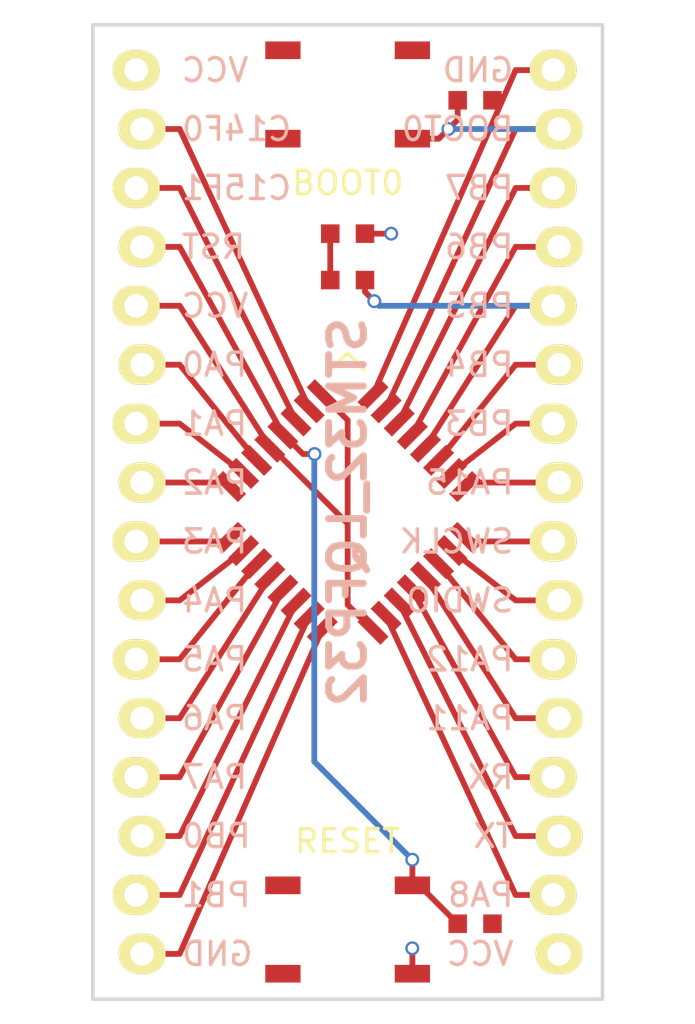
<source format=kicad_pcb>
(kicad_pcb (version 4) (host pcbnew 4.0.2+dfsg1-stable)

  (general
    (links 12)
    (no_connects 7)
    (area 125.794999 76.065 156.205001 121.785)
    (thickness 1.6)
    (drawings 37)
    (tracks 97)
    (zones 0)
    (modules 9)
    (nets 3)
  )

  (page A4)
  (layers
    (0 F.Cu signal)
    (31 B.Cu signal)
    (32 B.Adhes user)
    (33 F.Adhes user)
    (34 B.Paste user)
    (35 F.Paste user)
    (36 B.SilkS user)
    (37 F.SilkS user)
    (38 B.Mask user)
    (39 F.Mask user)
    (40 Dwgs.User user)
    (41 Cmts.User user)
    (42 Eco1.User user)
    (43 Eco2.User user)
    (44 Edge.Cuts user)
    (45 Margin user)
    (46 B.CrtYd user)
    (47 F.CrtYd user)
    (48 B.Fab user)
    (49 F.Fab user)
  )

  (setup
    (last_trace_width 0.25)
    (trace_clearance 0.2)
    (zone_clearance 0.508)
    (zone_45_only no)
    (trace_min 0.2)
    (segment_width 0.2)
    (edge_width 0.15)
    (via_size 0.6)
    (via_drill 0.4)
    (via_min_size 0.4)
    (via_min_drill 0.3)
    (uvia_size 0.3)
    (uvia_drill 0.1)
    (uvias_allowed no)
    (uvia_min_size 0.2)
    (uvia_min_drill 0.1)
    (pcb_text_width 0.3)
    (pcb_text_size 1.5 1.5)
    (mod_edge_width 0.15)
    (mod_text_size 1 1)
    (mod_text_width 0.15)
    (pad_size 0.8 0.8)
    (pad_drill 0)
    (pad_to_mask_clearance 0.2)
    (aux_axis_origin 0 0)
    (visible_elements FFFFFF7F)
    (pcbplotparams
      (layerselection 0x00030_80000001)
      (usegerberextensions false)
      (excludeedgelayer true)
      (linewidth 0.150000)
      (plotframeref false)
      (viasonmask false)
      (mode 1)
      (useauxorigin false)
      (hpglpennumber 1)
      (hpglpenspeed 20)
      (hpglpendiameter 15)
      (hpglpenoverlay 2)
      (psnegative false)
      (psa4output false)
      (plotreference true)
      (plotvalue true)
      (plotinvisibletext false)
      (padsonsilk false)
      (subtractmaskfromsilk false)
      (outputformat 1)
      (mirror false)
      (drillshape 1)
      (scaleselection 1)
      (outputdirectory ""))
  )

  (net 0 "")
  (net 1 /gnd)
  (net 2 /vcc)

  (net_class Default "This is the default net class."
    (clearance 0.2)
    (trace_width 0.25)
    (via_dia 0.6)
    (via_drill 0.4)
    (uvia_dia 0.3)
    (uvia_drill 0.1)
    (add_net /gnd)
    (add_net /vcc)
  )

  (module 00_my_modules:STM32_LQFP32 (layer F.Cu) (tedit 5E646E8C) (tstamp 5E646B1D)
    (at 141 99 315)
    (descr LQFP-32)
    (tags "smd lqfp")
    (attr smd)
    (fp_text reference LQFP32 (at 0 0 315) (layer F.Fab)
      (effects (font (size 0.8 0.8) (thickness 0.1)))
    )
    (fp_text value "" (at -1.5 -3 315) (layer F.Fab)
      (effects (font (size 0.5 0.5) (thickness 0.01)))
    )
    (fp_line (start -5.05 -5.05) (end 5.05 -5.05) (layer F.CrtYd) (width 0.01))
    (fp_line (start 5.05 -5.05) (end 5.05 5.05) (layer F.CrtYd) (width 0.01))
    (fp_line (start 5.05 5.05) (end -5.05 5.05) (layer F.CrtYd) (width 0.01))
    (fp_line (start -5.05 5.05) (end -5.05 -5.05) (layer F.CrtYd) (width 0.01))
    (fp_line (start -4.85 -4.85) (end -4.85 -3.85) (layer F.SilkS) (width 0.15))
    (fp_line (start -4.85 -4.85) (end -3.85 -4.85) (layer F.SilkS) (width 0.15))
    (fp_line (start -3.65 -3.65) (end 3.65 -3.65) (layer F.Fab) (width 0.01))
    (fp_line (start 3.65 -3.65) (end 3.65 3.65) (layer F.Fab) (width 0.01))
    (fp_line (start 3.65 3.65) (end -3.65 3.65) (layer F.Fab) (width 0.01))
    (fp_line (start -3.65 3.65) (end -3.65 -3.65) (layer F.Fab) (width 0.01))
    (pad 3.3 smd rect (at -4.35 -2.799999 315) (size 1.4 0.5) (layers F.Cu F.Paste F.Mask)
      (net 2 /vcc))
    (pad PF0 smd rect (at -4.35 -2 315) (size 1.4 0.5) (layers F.Cu F.Paste F.Mask))
    (pad PF1 smd rect (at -4.35 -1.2 315) (size 1.4 0.5) (layers F.Cu F.Paste F.Mask))
    (pad RST smd rect (at -4.35 -0.4 315) (size 1.4 0.5) (layers F.Cu F.Paste F.Mask))
    (pad 3.3 smd rect (at -4.35 0.4 315) (size 1.4 0.5) (layers F.Cu F.Paste F.Mask)
      (net 2 /vcc))
    (pad PA0 smd rect (at -4.35 1.2 315) (size 1.4 0.5) (layers F.Cu F.Paste F.Mask))
    (pad PA1 smd rect (at -4.35 2 315) (size 1.4 0.5) (layers F.Cu F.Paste F.Mask))
    (pad PA2 smd rect (at -4.35 2.8 315) (size 1.4 0.5) (layers F.Cu F.Paste F.Mask))
    (pad PA3 smd rect (at -2.8 4.35 45) (size 1.4 0.5) (layers F.Cu F.Paste F.Mask))
    (pad PA4 smd rect (at -2 4.35 45) (size 1.4 0.5) (layers F.Cu F.Paste F.Mask))
    (pad PA5 smd rect (at -1.2 4.35 45) (size 1.4 0.5) (layers F.Cu F.Paste F.Mask))
    (pad PA6 smd rect (at -0.4 4.35 45) (size 1.4 0.5) (layers F.Cu F.Paste F.Mask))
    (pad PA7 smd rect (at 0.4 4.35 45) (size 1.4 0.5) (layers F.Cu F.Paste F.Mask))
    (pad PB0 smd rect (at 1.2 4.35 45) (size 1.4 0.5) (layers F.Cu F.Paste F.Mask))
    (pad PB1 smd rect (at 2 4.35 45) (size 1.4 0.5) (layers F.Cu F.Paste F.Mask))
    (pad GND smd rect (at 2.799999 4.35 45) (size 1.4 0.5) (layers F.Cu F.Paste F.Mask)
      (net 1 /gnd))
    (pad PA14 smd rect (at 4.35 -2.8 315) (size 1.4 0.5) (layers F.Cu F.Paste F.Mask))
    (pad PA13 smd rect (at 4.35 -2 315) (size 1.4 0.5) (layers F.Cu F.Paste F.Mask))
    (pad PA12 smd rect (at 4.35 -1.2 315) (size 1.4 0.5) (layers F.Cu F.Paste F.Mask))
    (pad PA11 smd rect (at 4.35 -0.4 315) (size 1.4 0.5) (layers F.Cu F.Paste F.Mask))
    (pad PA10 smd rect (at 4.35 0.4 315) (size 1.4 0.5) (layers F.Cu F.Paste F.Mask))
    (pad PA9 smd rect (at 4.35 1.2 315) (size 1.4 0.5) (layers F.Cu F.Paste F.Mask))
    (pad PA8 smd rect (at 4.35 2 315) (size 1.4 0.5) (layers F.Cu F.Paste F.Mask))
    (pad 3.3 smd rect (at 4.35 2.799999 315) (size 1.4 0.5) (layers F.Cu F.Paste F.Mask)
      (net 2 /vcc))
    (pad GND smd rect (at -2.799999 -4.35 45) (size 1.4 0.5) (layers F.Cu F.Paste F.Mask)
      (net 1 /gnd))
    (pad BOOT smd rect (at -2 -4.35 45) (size 1.4 0.5) (layers F.Cu F.Paste F.Mask))
    (pad PB7 smd rect (at -1.2 -4.35 45) (size 1.4 0.5) (layers F.Cu F.Paste F.Mask))
    (pad PB6 smd rect (at -0.4 -4.35 45) (size 1.4 0.5) (layers F.Cu F.Paste F.Mask))
    (pad PB5 smd rect (at 0.4 -4.35 45) (size 1.4 0.5) (layers F.Cu F.Paste F.Mask))
    (pad PB4 smd rect (at 1.2 -4.35 45) (size 1.4 0.5) (layers F.Cu F.Paste F.Mask))
    (pad PB3 smd rect (at 2 -4.35 45) (size 1.4 0.5) (layers F.Cu F.Paste F.Mask))
    (pad PA15 smd rect (at 2.8 -4.35 45) (size 1.4 0.5) (layers F.Cu F.Paste F.Mask))
  )

  (module 00_my_modules:header1x16wiggle (layer F.Cu) (tedit 5E646EA6) (tstamp 5E6473A0)
    (at 150 99)
    (descr "Through hole pin header")
    (tags "pin header")
    (fp_text reference "" (at 0 -2.4) (layer F.SilkS)
      (effects (font (size 0.5 0.5) (thickness 0.01)))
    )
    (fp_text value "" (at 0 -3.1) (layer F.Fab)
      (effects (font (size 0.5 0.5) (thickness 0.01)))
    )
    (fp_line (start -1.75 -20.8) (end -1.75 20.8) (layer F.CrtYd) (width 0.05))
    (fp_line (start 1.75 -20.8) (end 1.75 20.8) (layer F.CrtYd) (width 0.05))
    (fp_line (start -1.75 -20.8) (end 1.75 -20.8) (layer F.CrtYd) (width 0.05))
    (fp_line (start -1.75 20.8) (end 1.75 20.8) (layer F.CrtYd) (width 0.05))
    (fp_line (start -6 -19.05) (end 6 -19.05) (layer F.CrtYd) (width 0.01))
    (fp_line (start -6 0) (end 6 0) (layer F.CrtYd) (width 0.01))
    (fp_line (start -6 19.05) (end 6 19.05) (layer F.CrtYd) (width 0.01))
    (fp_line (start -3 -19.05) (end 3 -19.05) (layer F.CrtYd) (width 0.01))
    (fp_line (start -3 -16.51) (end 3 -16.51) (layer F.CrtYd) (width 0.01))
    (fp_line (start -3 -13.97) (end 3 -13.97) (layer F.CrtYd) (width 0.01))
    (fp_line (start -3 -11.43) (end 3 -11.43) (layer F.CrtYd) (width 0.01))
    (fp_line (start -3 -8.89) (end 3 -8.89) (layer F.CrtYd) (width 0.01))
    (fp_line (start -3 -6.35) (end 3 -6.35) (layer F.CrtYd) (width 0.01))
    (fp_line (start -3 -3.81) (end 3 -3.81) (layer F.CrtYd) (width 0.01))
    (fp_line (start -3 -1.27) (end 3 -1.27) (layer F.CrtYd) (width 0.01))
    (fp_line (start -3 1.27) (end 3 1.27) (layer F.CrtYd) (width 0.01))
    (fp_line (start -3 3.81) (end 3 3.81) (layer F.CrtYd) (width 0.01))
    (fp_line (start -3 6.35) (end 3 6.35) (layer F.CrtYd) (width 0.01))
    (fp_line (start -3 8.89) (end 3 8.89) (layer F.CrtYd) (width 0.01))
    (fp_line (start -3 11.43) (end 3 11.43) (layer F.CrtYd) (width 0.01))
    (fp_line (start -3 13.97) (end 3 13.97) (layer F.CrtYd) (width 0.01))
    (fp_line (start -3 16.51) (end 3 16.51) (layer F.CrtYd) (width 0.01))
    (fp_line (start -3 19.05) (end 3 19.05) (layer F.CrtYd) (width 0.01))
    (pad 1 thru_hole oval (at -0.127 -19.05) (size 2.032 1.7272) (drill 1.016) (layers *.Cu *.Mask F.SilkS)
      (net 1 /gnd))
    (pad 2 thru_hole oval (at 0.127 -16.51) (size 2.032 1.7272) (drill 1.016) (layers *.Cu *.Mask F.SilkS))
    (pad 3 thru_hole oval (at -0.127 -13.97) (size 2.032 1.7272) (drill 1.016) (layers *.Cu *.Mask F.SilkS))
    (pad 4 thru_hole oval (at 0.127 -11.43) (size 2.032 1.7272) (drill 1.016) (layers *.Cu *.Mask F.SilkS))
    (pad 5 thru_hole oval (at -0.127 -8.89) (size 2.032 1.7272) (drill 1.016) (layers *.Cu *.Mask F.SilkS))
    (pad 6 thru_hole oval (at 0.127 -6.35) (size 2.032 1.7272) (drill 1.016) (layers *.Cu *.Mask F.SilkS))
    (pad 7 thru_hole oval (at -0.127 -3.81) (size 2.032 1.7272) (drill 1.016) (layers *.Cu *.Mask F.SilkS))
    (pad 8 thru_hole oval (at 0.127 -1.27) (size 2.032 1.7272) (drill 1.016) (layers *.Cu *.Mask F.SilkS))
    (pad 9 thru_hole oval (at -0.127 1.27) (size 2.032 1.7272) (drill 1.016) (layers *.Cu *.Mask F.SilkS))
    (pad 10 thru_hole oval (at 0.127 3.81) (size 2.032 1.7272) (drill 1.016) (layers *.Cu *.Mask F.SilkS))
    (pad 11 thru_hole oval (at -0.127 6.35) (size 2.032 1.7272) (drill 1.016) (layers *.Cu *.Mask F.SilkS))
    (pad 12 thru_hole oval (at 0.127 8.89) (size 2.032 1.7272) (drill 1.016) (layers *.Cu *.Mask F.SilkS))
    (pad 13 thru_hole oval (at -0.127 11.43) (size 2.032 1.7272) (drill 1.016) (layers *.Cu *.Mask F.SilkS))
    (pad 14 thru_hole oval (at 0.127 13.97) (size 2.032 1.7272) (drill 1.016) (layers *.Cu *.Mask F.SilkS))
    (pad 15 thru_hole oval (at -0.127 16.51) (size 2.032 1.7272) (drill 1.016) (layers *.Cu *.Mask F.SilkS))
    (pad 16 thru_hole oval (at 0.127 19.05) (size 2.032 1.7272) (drill 1.016) (layers *.Cu *.Mask F.SilkS)
      (net 2 /vcc))
  )

  (module 00_my_modules:header1x16wiggle (layer F.Cu) (tedit 5E646E9F) (tstamp 5E6473D5)
    (at 132 99)
    (descr "Through hole pin header")
    (tags "pin header")
    (fp_text reference "" (at 0 -2.4) (layer F.SilkS)
      (effects (font (size 0.5 0.5) (thickness 0.01)))
    )
    (fp_text value "" (at 0 -3.1) (layer F.Fab)
      (effects (font (size 0.5 0.5) (thickness 0.01)))
    )
    (fp_line (start -1.75 -20.8) (end -1.75 20.8) (layer F.CrtYd) (width 0.05))
    (fp_line (start 1.75 -20.8) (end 1.75 20.8) (layer F.CrtYd) (width 0.05))
    (fp_line (start -1.75 -20.8) (end 1.75 -20.8) (layer F.CrtYd) (width 0.05))
    (fp_line (start -1.75 20.8) (end 1.75 20.8) (layer F.CrtYd) (width 0.05))
    (fp_line (start -6 -19.05) (end 6 -19.05) (layer F.CrtYd) (width 0.01))
    (fp_line (start -6 0) (end 6 0) (layer F.CrtYd) (width 0.01))
    (fp_line (start -6 19.05) (end 6 19.05) (layer F.CrtYd) (width 0.01))
    (fp_line (start -3 -19.05) (end 3 -19.05) (layer F.CrtYd) (width 0.01))
    (fp_line (start -3 -16.51) (end 3 -16.51) (layer F.CrtYd) (width 0.01))
    (fp_line (start -3 -13.97) (end 3 -13.97) (layer F.CrtYd) (width 0.01))
    (fp_line (start -3 -11.43) (end 3 -11.43) (layer F.CrtYd) (width 0.01))
    (fp_line (start -3 -8.89) (end 3 -8.89) (layer F.CrtYd) (width 0.01))
    (fp_line (start -3 -6.35) (end 3 -6.35) (layer F.CrtYd) (width 0.01))
    (fp_line (start -3 -3.81) (end 3 -3.81) (layer F.CrtYd) (width 0.01))
    (fp_line (start -3 -1.27) (end 3 -1.27) (layer F.CrtYd) (width 0.01))
    (fp_line (start -3 1.27) (end 3 1.27) (layer F.CrtYd) (width 0.01))
    (fp_line (start -3 3.81) (end 3 3.81) (layer F.CrtYd) (width 0.01))
    (fp_line (start -3 6.35) (end 3 6.35) (layer F.CrtYd) (width 0.01))
    (fp_line (start -3 8.89) (end 3 8.89) (layer F.CrtYd) (width 0.01))
    (fp_line (start -3 11.43) (end 3 11.43) (layer F.CrtYd) (width 0.01))
    (fp_line (start -3 13.97) (end 3 13.97) (layer F.CrtYd) (width 0.01))
    (fp_line (start -3 16.51) (end 3 16.51) (layer F.CrtYd) (width 0.01))
    (fp_line (start -3 19.05) (end 3 19.05) (layer F.CrtYd) (width 0.01))
    (pad 1 thru_hole oval (at -0.127 -19.05) (size 2.032 1.7272) (drill 1.016) (layers *.Cu *.Mask F.SilkS)
      (net 2 /vcc))
    (pad 2 thru_hole oval (at 0.127 -16.51) (size 2.032 1.7272) (drill 1.016) (layers *.Cu *.Mask F.SilkS))
    (pad 3 thru_hole oval (at -0.127 -13.97) (size 2.032 1.7272) (drill 1.016) (layers *.Cu *.Mask F.SilkS))
    (pad 4 thru_hole oval (at 0.127 -11.43) (size 2.032 1.7272) (drill 1.016) (layers *.Cu *.Mask F.SilkS))
    (pad 5 thru_hole oval (at -0.127 -8.89) (size 2.032 1.7272) (drill 1.016) (layers *.Cu *.Mask F.SilkS)
      (net 2 /vcc))
    (pad 6 thru_hole oval (at 0.127 -6.35) (size 2.032 1.7272) (drill 1.016) (layers *.Cu *.Mask F.SilkS))
    (pad 7 thru_hole oval (at -0.127 -3.81) (size 2.032 1.7272) (drill 1.016) (layers *.Cu *.Mask F.SilkS))
    (pad 8 thru_hole oval (at 0.127 -1.27) (size 2.032 1.7272) (drill 1.016) (layers *.Cu *.Mask F.SilkS))
    (pad 9 thru_hole oval (at -0.127 1.27) (size 2.032 1.7272) (drill 1.016) (layers *.Cu *.Mask F.SilkS))
    (pad 10 thru_hole oval (at 0.127 3.81) (size 2.032 1.7272) (drill 1.016) (layers *.Cu *.Mask F.SilkS))
    (pad 11 thru_hole oval (at -0.127 6.35) (size 2.032 1.7272) (drill 1.016) (layers *.Cu *.Mask F.SilkS))
    (pad 12 thru_hole oval (at 0.127 8.89) (size 2.032 1.7272) (drill 1.016) (layers *.Cu *.Mask F.SilkS))
    (pad 13 thru_hole oval (at -0.127 11.43) (size 2.032 1.7272) (drill 1.016) (layers *.Cu *.Mask F.SilkS))
    (pad 14 thru_hole oval (at 0.127 13.97) (size 2.032 1.7272) (drill 1.016) (layers *.Cu *.Mask F.SilkS))
    (pad 15 thru_hole oval (at -0.127 16.51) (size 2.032 1.7272) (drill 1.016) (layers *.Cu *.Mask F.SilkS))
    (pad 16 thru_hole oval (at 0.127 19.05) (size 2.032 1.7272) (drill 1.016) (layers *.Cu *.Mask F.SilkS)
      (net 1 /gnd))
  )

  (module 00_my_modules:BUTTON4_SMD (layer F.Cu) (tedit 5E6470FA) (tstamp 5E6474DD)
    (at 141 117)
    (descr button4_smd)
    (tags "SPST button tactile switch")
    (fp_text reference RESET (at 0 -3.81) (layer F.SilkS)
      (effects (font (size 1 1) (thickness 0.15)))
    )
    (fp_text value "" (at 0 3.81) (layer F.Fab)
      (effects (font (size 1 1) (thickness 0.15)))
    )
    (fp_line (start -1.54 -2.54) (end -2.54 -1.54) (layer F.Fab) (width 0.2032))
    (fp_line (start -2.54 -1.24) (end -2.54 1.27) (layer F.Fab) (width 0.2032))
    (fp_line (start -2.54 1.54) (end -1.54 2.54) (layer F.Fab) (width 0.2032))
    (fp_line (start -1.54 2.54) (end 1.54 2.54) (layer F.Fab) (width 0.2032))
    (fp_line (start 1.54 2.54) (end 2.54 1.54) (layer F.Fab) (width 0.2032))
    (fp_line (start 2.54 1.24) (end 2.54 -1.24) (layer F.Fab) (width 0.2032))
    (fp_line (start 2.54 -1.54) (end 1.54 -2.54) (layer F.Fab) (width 0.2032))
    (fp_line (start 1.54 -2.54) (end -1.54 -2.54) (layer F.Fab) (width 0.2032))
    (fp_line (start 1.905 1.27) (end 1.905 0.445) (layer F.Fab) (width 0.127))
    (fp_line (start 1.905 0.445) (end 2.16 -0.01) (layer F.Fab) (width 0.127))
    (fp_line (start 1.905 -0.23) (end 1.905 -1.115) (layer F.Fab) (width 0.127))
    (fp_circle (center 0 0) (end 0 1.27) (layer F.Fab) (width 0.2032))
    (pad 1 smd rect (at -2.794 1.905) (size 1.524 0.762) (layers F.Cu F.Paste F.Mask))
    (pad 2 smd rect (at 2.794 1.905) (size 1.524 0.762) (layers F.Cu F.Paste F.Mask)
      (net 1 /gnd))
    (pad 3 smd rect (at -2.794 -1.905) (size 1.524 0.762) (layers F.Cu F.Paste F.Mask))
    (pad 4 smd rect (at 2.794 -1.905) (size 1.524 0.762) (layers F.Cu F.Paste F.Mask))
  )

  (module 00_my_modules:BUTTON4_SMD (layer F.Cu) (tedit 5E647091) (tstamp 5E647504)
    (at 141 81 180)
    (descr button4_smd)
    (tags "SPST button tactile switch")
    (fp_text reference BOOT0 (at 0 -3.81 180) (layer F.SilkS)
      (effects (font (size 1 1) (thickness 0.15)))
    )
    (fp_text value "" (at 0 3.81 180) (layer F.Fab)
      (effects (font (size 1 1) (thickness 0.15)))
    )
    (fp_line (start -1.54 -2.54) (end -2.54 -1.54) (layer F.Fab) (width 0.2032))
    (fp_line (start -2.54 -1.24) (end -2.54 1.27) (layer F.Fab) (width 0.2032))
    (fp_line (start -2.54 1.54) (end -1.54 2.54) (layer F.Fab) (width 0.2032))
    (fp_line (start -1.54 2.54) (end 1.54 2.54) (layer F.Fab) (width 0.2032))
    (fp_line (start 1.54 2.54) (end 2.54 1.54) (layer F.Fab) (width 0.2032))
    (fp_line (start 2.54 1.24) (end 2.54 -1.24) (layer F.Fab) (width 0.2032))
    (fp_line (start 2.54 -1.54) (end 1.54 -2.54) (layer F.Fab) (width 0.2032))
    (fp_line (start 1.54 -2.54) (end -1.54 -2.54) (layer F.Fab) (width 0.2032))
    (fp_line (start 1.905 1.27) (end 1.905 0.445) (layer F.Fab) (width 0.127))
    (fp_line (start 1.905 0.445) (end 2.16 -0.01) (layer F.Fab) (width 0.127))
    (fp_line (start 1.905 -0.23) (end 1.905 -1.115) (layer F.Fab) (width 0.127))
    (fp_circle (center 0 0) (end 0 1.27) (layer F.Fab) (width 0.2032))
    (pad 1 smd rect (at -2.794 1.905 180) (size 1.524 0.762) (layers F.Cu F.Paste F.Mask)
      (net 2 /vcc))
    (pad 2 smd rect (at 2.794 1.905 180) (size 1.524 0.762) (layers F.Cu F.Paste F.Mask))
    (pad 3 smd rect (at -2.794 -1.905 180) (size 1.524 0.762) (layers F.Cu F.Paste F.Mask))
    (pad 4 smd rect (at 2.794 -1.905 180) (size 1.524 0.762) (layers F.Cu F.Paste F.Mask))
  )

  (module 00_my_modules:R_0603 (layer F.Cu) (tedit 5E64706E) (tstamp 5E647FE3)
    (at 146.5 81.25 180)
    (descr R0603)
    (tags "resistor 0603")
    (attr smd)
    (fp_text reference R (at 0 0 180) (layer F.Fab)
      (effects (font (size 0.5 0.5) (thickness 0.1)))
    )
    (fp_text value "" (at 0 0 180) (layer F.Fab)
      (effects (font (size 0.5 0.5) (thickness 0.01)))
    )
    (fp_line (start -1.2 -0.45) (end 1.2 -0.45) (layer F.CrtYd) (width 0.01))
    (fp_line (start -1.2 0.45) (end 1.2 0.45) (layer F.CrtYd) (width 0.01))
    (fp_line (start -1.2 -0.45) (end -1.2 0.45) (layer F.CrtYd) (width 0.01))
    (fp_line (start 1.2 -0.45) (end 1.2 0.45) (layer F.CrtYd) (width 0.01))
    (pad 1 smd rect (at -0.75 0 180) (size 0.8 0.8) (layers F.Cu F.Paste F.Mask))
    (pad 2 smd rect (at 0.75 0 180) (size 0.8 0.8) (layers F.Cu F.Paste F.Mask))
  )

  (module 00_my_modules:R_0603 (layer F.Cu) (tedit 5E6471DE) (tstamp 5E64802F)
    (at 146.5 116.75)
    (descr R0603)
    (tags "resistor 0603")
    (attr smd)
    (fp_text reference R (at 0 0) (layer F.Fab)
      (effects (font (size 0.5 0.5) (thickness 0.1)))
    )
    (fp_text value "" (at 0 0) (layer F.Fab)
      (effects (font (size 0.5 0.5) (thickness 0.01)))
    )
    (fp_line (start -1.2 -0.45) (end 1.2 -0.45) (layer F.CrtYd) (width 0.01))
    (fp_line (start -1.2 0.45) (end 1.2 0.45) (layer F.CrtYd) (width 0.01))
    (fp_line (start -1.2 -0.45) (end -1.2 0.45) (layer F.CrtYd) (width 0.01))
    (fp_line (start 1.2 -0.45) (end 1.2 0.45) (layer F.CrtYd) (width 0.01))
    (pad 1 smd rect (at -0.75 0) (size 0.8 0.8) (layers F.Cu F.Paste F.Mask))
    (pad 2 smd rect (at 0.75 0) (size 0.8 0.8) (layers F.Cu F.Paste F.Mask)
      (net 2 /vcc))
  )

  (module 00_my_modules:R_0603 (layer F.Cu) (tedit 5415CC62) (tstamp 5E648085)
    (at 141 89)
    (descr R0603)
    (tags "resistor 0603")
    (attr smd)
    (fp_text reference R (at 0 0) (layer F.Fab)
      (effects (font (size 0.5 0.5) (thickness 0.1)))
    )
    (fp_text value "" (at 0 0) (layer F.Fab)
      (effects (font (size 0.5 0.5) (thickness 0.01)))
    )
    (fp_line (start -1.2 -0.45) (end 1.2 -0.45) (layer F.CrtYd) (width 0.01))
    (fp_line (start -1.2 0.45) (end 1.2 0.45) (layer F.CrtYd) (width 0.01))
    (fp_line (start -1.2 -0.45) (end -1.2 0.45) (layer F.CrtYd) (width 0.01))
    (fp_line (start 1.2 -0.45) (end 1.2 0.45) (layer F.CrtYd) (width 0.01))
    (pad 1 smd rect (at -0.75 0) (size 0.8 0.8) (layers F.Cu F.Paste F.Mask))
    (pad 2 smd rect (at 0.75 0) (size 0.8 0.8) (layers F.Cu F.Paste F.Mask))
  )

  (module 00_my_modules:L_0603 (layer F.Cu) (tedit 5E6473CF) (tstamp 5E648878)
    (at 141 87)
    (descr L_0603)
    (tags "led 0603")
    (attr smd)
    (fp_text reference L (at 0 -0.6) (layer F.Fab)
      (effects (font (size 0.1 0.1) (thickness 0.01)))
    )
    (fp_text value "" (at 0 0.6) (layer F.Fab)
      (effects (font (size 0.1 0.1) (thickness 0.01)))
    )
    (fp_line (start -1.2 -0.45) (end 1.2 -0.45) (layer F.CrtYd) (width 0.01))
    (fp_line (start -1.2 0.45) (end 1.2 0.45) (layer F.CrtYd) (width 0.01))
    (fp_line (start -1.2 -0.45) (end -1.2 0.45) (layer F.CrtYd) (width 0.01))
    (fp_line (start 1.2 -0.45) (end 1.2 0.45) (layer F.CrtYd) (width 0.01))
    (fp_line (start -0.1 0) (end 0.1 0.2) (layer F.CrtYd) (width 0.01))
    (fp_line (start -0.1 0) (end 0.1 -0.2) (layer F.CrtYd) (width 0.01))
    (fp_line (start -0.1 0.2) (end -0.1 -0.2) (layer F.CrtYd) (width 0.01))
    (fp_line (start 0.1 0.2) (end 0.1 -0.2) (layer F.CrtYd) (width 0.01))
    (pad 1 smd rect (at -0.75 0) (size 0.8 0.8) (layers F.Cu F.Paste F.Mask))
    (pad 2 smd rect (at 0.75 0) (size 0.8 0.8) (layers F.Cu F.Paste F.Mask)
      (net 1 /gnd))
  )

  (gr_text STM32_LQFP32 (at 141 99 90) (layer B.SilkS)
    (effects (font (size 1.5 1.5) (thickness 0.3)) (justify mirror))
  )
  (gr_text GND (at 148.25 79.95) (layer B.SilkS)
    (effects (font (size 1 1) (thickness 0.15)) (justify left mirror))
  )
  (gr_text BOOT0 (at 148.25 82.49) (layer B.SilkS)
    (effects (font (size 1 1) (thickness 0.15)) (justify left mirror))
  )
  (gr_text PB7 (at 148.25 85.03) (layer B.SilkS)
    (effects (font (size 1 1) (thickness 0.15)) (justify left mirror))
  )
  (gr_text PB6 (at 148.25 87.57) (layer B.SilkS)
    (effects (font (size 1 1) (thickness 0.15)) (justify left mirror))
  )
  (gr_text PB5 (at 148.25 90.11) (layer B.SilkS)
    (effects (font (size 1 1) (thickness 0.15)) (justify left mirror))
  )
  (gr_text PB4 (at 148.25 92.65) (layer B.SilkS)
    (effects (font (size 1 1) (thickness 0.15)) (justify left mirror))
  )
  (gr_text PB3 (at 148.25 95.19) (layer B.SilkS)
    (effects (font (size 1 1) (thickness 0.15)) (justify left mirror))
  )
  (gr_text PA15 (at 148.25 97.73) (layer B.SilkS)
    (effects (font (size 1 1) (thickness 0.15)) (justify left mirror))
  )
  (gr_text SWCLK (at 148.25 100.27) (layer B.SilkS)
    (effects (font (size 1 1) (thickness 0.15)) (justify left mirror))
  )
  (gr_text SWDIO (at 148.25 102.81) (layer B.SilkS)
    (effects (font (size 1 1) (thickness 0.15)) (justify left mirror))
  )
  (gr_text PA12 (at 148.25 105.35) (layer B.SilkS)
    (effects (font (size 1 1) (thickness 0.15)) (justify left mirror))
  )
  (gr_text PA11 (at 148.25 107.89) (layer B.SilkS)
    (effects (font (size 1 1) (thickness 0.15)) (justify left mirror))
  )
  (gr_text RX (at 148.25 110.43) (layer B.SilkS)
    (effects (font (size 1 1) (thickness 0.15)) (justify left mirror))
  )
  (gr_text TX (at 148.25 112.97) (layer B.SilkS)
    (effects (font (size 1 1) (thickness 0.15)) (justify left mirror))
  )
  (gr_text PA8 (at 148.25 115.51) (layer B.SilkS)
    (effects (font (size 1 1) (thickness 0.15)) (justify left mirror))
  )
  (gr_text VCC (at 148.25 118.05) (layer B.SilkS)
    (effects (font (size 1 1) (thickness 0.15)) (justify left mirror))
  )
  (gr_text VCC (at 133.75 79.95) (layer B.SilkS)
    (effects (font (size 1 1) (thickness 0.15)) (justify right mirror))
  )
  (gr_text C14F0 (at 133.75 82.49) (layer B.SilkS)
    (effects (font (size 1 1) (thickness 0.15)) (justify right mirror))
  )
  (gr_text C15F1 (at 133.75 85.03) (layer B.SilkS)
    (effects (font (size 1 1) (thickness 0.15)) (justify right mirror))
  )
  (gr_text RST (at 133.75 87.57) (layer B.SilkS)
    (effects (font (size 1 1) (thickness 0.15)) (justify right mirror))
  )
  (gr_text VCC (at 133.75 90.11) (layer B.SilkS)
    (effects (font (size 1 1) (thickness 0.15)) (justify right mirror))
  )
  (gr_text PA0 (at 133.75 92.65) (layer B.SilkS)
    (effects (font (size 1 1) (thickness 0.15)) (justify right mirror))
  )
  (gr_text PA1 (at 133.75 95.19) (layer B.SilkS)
    (effects (font (size 1 1) (thickness 0.15)) (justify right mirror))
  )
  (gr_text PA2 (at 133.75 97.73) (layer B.SilkS)
    (effects (font (size 1 1) (thickness 0.15)) (justify right mirror))
  )
  (gr_text PA3 (at 133.75 100.27) (layer B.SilkS)
    (effects (font (size 1 1) (thickness 0.15)) (justify right mirror))
  )
  (gr_text PA4 (at 133.75 102.81) (layer B.SilkS)
    (effects (font (size 1 1) (thickness 0.15)) (justify right mirror))
  )
  (gr_text PA5 (at 133.75 105.35) (layer B.SilkS)
    (effects (font (size 1 1) (thickness 0.15)) (justify right mirror))
  )
  (gr_text PA6 (at 133.75 107.89) (layer B.SilkS)
    (effects (font (size 1 1) (thickness 0.15)) (justify right mirror))
  )
  (gr_text PA7 (at 133.75 110.43) (layer B.SilkS)
    (effects (font (size 1 1) (thickness 0.15)) (justify right mirror))
  )
  (gr_text PB0 (at 133.75 112.97) (layer B.SilkS)
    (effects (font (size 1 1) (thickness 0.15)) (justify right mirror))
  )
  (gr_text PB1 (at 133.75 115.51) (layer B.SilkS)
    (effects (font (size 1 1) (thickness 0.15)) (justify right mirror))
  )
  (gr_text GND (at 133.75 118.05) (layer B.SilkS)
    (effects (font (size 1 1) (thickness 0.15)) (justify right mirror))
  )
  (gr_line (start 130 120) (end 130 78) (angle 90) (layer Edge.Cuts) (width 0.15))
  (gr_line (start 152 120) (end 130 120) (angle 90) (layer Edge.Cuts) (width 0.15))
  (gr_line (start 152 78) (end 152 120) (angle 90) (layer Edge.Cuts) (width 0.15))
  (gr_line (start 130 78) (end 152 78) (angle 90) (layer Edge.Cuts) (width 0.15))

  (segment (start 149.873 90.11) (end 142.35 90.11) (width 0.25) (layer B.Cu) (net 0))
  (segment (start 141.75 89.51) (end 141.75 89) (width 0.25) (layer F.Cu) (net 0) (tstamp 5E647A8E))
  (segment (start 142.15 89.91) (end 141.75 89.51) (width 0.25) (layer F.Cu) (net 0) (tstamp 5E647A8D))
  (via (at 142.15 89.91) (size 0.6) (drill 0.4) (layers F.Cu B.Cu) (net 0))
  (segment (start 142.35 90.11) (end 142.15 89.91) (width 0.25) (layer B.Cu) (net 0) (tstamp 5E647A88))
  (segment (start 140.25 87) (end 140.25 89) (width 0.25) (layer F.Cu) (net 0))
  (segment (start 138.206928 95.641243) (end 138.211243 95.641243) (width 0.25) (layer F.Cu) (net 0))
  (segment (start 138.211243 95.641243) (end 139.07 96.5) (width 0.25) (layer F.Cu) (net 0) (tstamp 5E648071))
  (segment (start 143.794 113.994) (end 143.794 115.095) (width 0.25) (layer F.Cu) (net 0) (tstamp 5E64807A))
  (segment (start 143.79 113.99) (end 143.794 113.994) (width 0.25) (layer F.Cu) (net 0) (tstamp 5E648079))
  (via (at 143.79 113.99) (size 0.6) (drill 0.4) (layers F.Cu B.Cu) (net 0))
  (segment (start 139.56 109.76) (end 143.79 113.99) (width 0.25) (layer B.Cu) (net 0) (tstamp 5E648076))
  (segment (start 139.56 96.51) (end 139.56 109.76) (width 0.25) (layer B.Cu) (net 0) (tstamp 5E648075))
  (segment (start 139.57 96.5) (end 139.56 96.51) (width 0.25) (layer B.Cu) (net 0) (tstamp 5E648074))
  (via (at 139.57 96.5) (size 0.6) (drill 0.4) (layers F.Cu B.Cu) (net 0))
  (segment (start 139.07 96.5) (end 139.57 96.5) (width 0.25) (layer F.Cu) (net 0) (tstamp 5E648072))
  (segment (start 143.794 115.095) (end 144.095 115.095) (width 0.25) (layer F.Cu) (net 0))
  (segment (start 144.095 115.095) (end 145.75 116.75) (width 0.25) (layer F.Cu) (net 0) (tstamp 5E648043))
  (segment (start 145.75 81.25) (end 145.75 82.09) (width 0.25) (layer F.Cu) (net 0))
  (segment (start 145.75 82.09) (end 145.35 82.49) (width 0.25) (layer F.Cu) (net 0) (tstamp 5E64800F))
  (segment (start 150.127 82.49) (end 145.35 82.49) (width 0.25) (layer B.Cu) (net 0))
  (segment (start 144.935 82.905) (end 143.794 82.905) (width 0.25) (layer F.Cu) (net 0) (tstamp 5E6477F6))
  (segment (start 145.35 82.49) (end 144.935 82.905) (width 0.25) (layer F.Cu) (net 0) (tstamp 5E6477F5))
  (via (at 145.35 82.49) (size 0.6) (drill 0.4) (layers F.Cu B.Cu) (net 0))
  (segment (start 139.338299 103.490128) (end 133.75 115.51) (width 0.25) (layer F.Cu) (net 0))
  (segment (start 133.75 115.51) (end 131.873 115.51) (width 0.25) (layer F.Cu) (net 0) (tstamp 5E646A0C))
  (segment (start 138.772614 102.924443) (end 133.75 112.97) (width 0.25) (layer F.Cu) (net 0))
  (segment (start 133.75 112.97) (end 132.127 112.97) (width 0.25) (layer F.Cu) (net 0) (tstamp 5E646A08))
  (segment (start 138.206928 102.358757) (end 133.75 110.43) (width 0.25) (layer F.Cu) (net 0))
  (segment (start 133.75 110.43) (end 131.873 110.43) (width 0.25) (layer F.Cu) (net 0) (tstamp 5E646A00))
  (segment (start 132.127 107.89) (end 133.75 107.89) (width 0.25) (layer F.Cu) (net 0))
  (segment (start 133.75 107.89) (end 137.641243 101.793072) (width 0.25) (layer F.Cu) (net 0) (tstamp 5E6469BB))
  (segment (start 131.873 105.35) (end 133.75 105.35) (width 0.25) (layer F.Cu) (net 0))
  (segment (start 133.75 105.35) (end 137.075557 101.227386) (width 0.25) (layer F.Cu) (net 0) (tstamp 5E6469B5))
  (segment (start 132.127 102.81) (end 133.75 102.81) (width 0.25) (layer F.Cu) (net 0))
  (segment (start 133.75 102.81) (end 136.509872 100.661701) (width 0.25) (layer F.Cu) (net 0) (tstamp 5E6469B0))
  (segment (start 139.338299 94.509872) (end 133.75 82.49) (width 0.25) (layer F.Cu) (net 0))
  (segment (start 133.75 82.49) (end 132.127 82.49) (width 0.25) (layer F.Cu) (net 0) (tstamp 5E646963))
  (segment (start 138.772614 95.075557) (end 133.75 85.03) (width 0.25) (layer F.Cu) (net 0))
  (segment (start 133.75 85.03) (end 131.873 85.03) (width 0.25) (layer F.Cu) (net 0) (tstamp 5E64695D))
  (segment (start 138.206928 95.641243) (end 133.75 87.57) (width 0.25) (layer F.Cu) (net 0))
  (segment (start 133.75 87.57) (end 132.127 87.57) (width 0.25) (layer F.Cu) (net 0) (tstamp 5E646956))
  (segment (start 132.127 92.65) (end 133.75 92.65) (width 0.25) (layer F.Cu) (net 0))
  (segment (start 133.75 92.65) (end 137.075557 96.772614) (width 0.25) (layer F.Cu) (net 0) (tstamp 5E64690D))
  (segment (start 136.509872 97.338299) (end 133.75 95.19) (width 0.25) (layer F.Cu) (net 0))
  (segment (start 133.75 95.19) (end 131.873 95.19) (width 0.25) (layer F.Cu) (net 0) (tstamp 5E6468F1))
  (segment (start 131.873 100.27) (end 135.770203 100.27) (width 0.25) (layer F.Cu) (net 0))
  (segment (start 135.770203 100.27) (end 135.944187 100.096016) (width 0.25) (layer F.Cu) (net 0) (tstamp 5E6468EB))
  (segment (start 132.127 97.73) (end 135.770203 97.73) (width 0.25) (layer F.Cu) (net 0))
  (segment (start 135.770203 97.73) (end 135.944187 97.903984) (width 0.25) (layer F.Cu) (net 0) (tstamp 5E6468E8))
  (segment (start 142.661701 94.509872) (end 148.25 82.49) (width 0.25) (layer F.Cu) (net 0))
  (segment (start 148.25 82.49) (end 150.127 82.49) (width 0.25) (layer F.Cu) (net 0) (tstamp 5E647492))
  (segment (start 143.227386 95.075557) (end 148.25 85.03) (width 0.25) (layer F.Cu) (net 0))
  (segment (start 148.25 85.03) (end 149.873 85.03) (width 0.25) (layer F.Cu) (net 0) (tstamp 5E647487))
  (segment (start 143.793072 95.641243) (end 148.25 87.57) (width 0.25) (layer F.Cu) (net 0))
  (segment (start 148.25 87.57) (end 150.127 87.57) (width 0.25) (layer F.Cu) (net 0) (tstamp 5E647474))
  (segment (start 148.25 107.89) (end 144.358757 101.793072) (width 0.25) (layer F.Cu) (net 0) (tstamp 5E64740D))
  (segment (start 142.661701 103.490128) (end 148.25 115.51) (width 0.25) (layer F.Cu) (net 0))
  (segment (start 148.25 115.51) (end 149.873 115.51) (width 0.25) (layer F.Cu) (net 0) (tstamp 5E647426))
  (segment (start 143.227386 102.924443) (end 148.25 112.97) (width 0.25) (layer F.Cu) (net 0))
  (segment (start 148.25 112.97) (end 150.127 112.97) (width 0.25) (layer F.Cu) (net 0) (tstamp 5E647416))
  (segment (start 143.793072 102.358757) (end 148.25 110.43) (width 0.25) (layer F.Cu) (net 0))
  (segment (start 148.25 110.43) (end 149.873 110.43) (width 0.25) (layer F.Cu) (net 0) (tstamp 5E64740F))
  (segment (start 150.127 107.89) (end 148.25 107.89) (width 0.25) (layer F.Cu) (net 0))
  (segment (start 149.873 105.35) (end 148.25 105.35) (width 0.25) (layer F.Cu) (net 0))
  (segment (start 148.25 105.35) (end 144.924443 101.227386) (width 0.25) (layer F.Cu) (net 0) (tstamp 5E64740B))
  (segment (start 150.127 102.81) (end 148.25 102.81) (width 0.25) (layer F.Cu) (net 0))
  (segment (start 148.25 102.81) (end 145.490128 100.661701) (width 0.25) (layer F.Cu) (net 0) (tstamp 5E6473FC))
  (segment (start 149.873 100.27) (end 146.229797 100.27) (width 0.25) (layer F.Cu) (net 0))
  (segment (start 146.229797 100.27) (end 146.055813 100.096016) (width 0.25) (layer F.Cu) (net 0) (tstamp 5E6473FA))
  (segment (start 149.873 90.11) (end 148.25 90.11) (width 0.25) (layer F.Cu) (net 0))
  (segment (start 148.25 90.11) (end 144.358757 96.206928) (width 0.25) (layer F.Cu) (net 0) (tstamp 5E6473F8))
  (segment (start 150.127 92.65) (end 148.25 92.65) (width 0.25) (layer F.Cu) (net 0))
  (segment (start 148.25 92.65) (end 144.924443 96.772614) (width 0.25) (layer F.Cu) (net 0) (tstamp 5E6473F5))
  (segment (start 149.873 95.19) (end 148.25 95.19) (width 0.25) (layer F.Cu) (net 0))
  (segment (start 148.25 95.19) (end 145.490128 97.338299) (width 0.25) (layer F.Cu) (net 0) (tstamp 5E6473F2))
  (segment (start 150.127 97.73) (end 146.229797 97.73) (width 0.25) (layer F.Cu) (net 0))
  (segment (start 146.229797 97.73) (end 146.055813 97.903984) (width 0.25) (layer F.Cu) (net 0) (tstamp 5E6473F0))
  (segment (start 143.794 118.905) (end 143.794 117.814) (width 0.25) (layer F.Cu) (net 1))
  (via (at 143.79 117.81) (size 0.6) (drill 0.4) (layers F.Cu B.Cu) (net 1))
  (segment (start 143.794 117.814) (end 143.79 117.81) (width 0.25) (layer F.Cu) (net 1) (tstamp 5E647AD8))
  (segment (start 141.75 87) (end 142.88 87) (width 0.25) (layer F.Cu) (net 1))
  (via (at 142.88 87) (size 0.6) (drill 0.4) (layers F.Cu B.Cu) (net 1))
  (segment (start 139.903984 104.055813) (end 133.75 118.05) (width 0.25) (layer F.Cu) (net 1))
  (segment (start 133.75 118.05) (end 132.127 118.05) (width 0.25) (layer F.Cu) (net 1) (tstamp 5E646A10))
  (segment (start 142.096016 93.944187) (end 145.149742 87) (width 0.25) (layer F.Cu) (net 1))
  (segment (start 145.149742 87) (end 148.25 79.95) (width 0.25) (layer F.Cu) (net 1) (tstamp 5E648888))
  (segment (start 148.25 79.95) (end 149.873 79.95) (width 0.25) (layer F.Cu) (net 1) (tstamp 5E647495))
  (segment (start 137.641243 96.206928) (end 137.706928 96.206928) (width 0.25) (layer F.Cu) (net 2))
  (segment (start 137.706928 96.206928) (end 141 99.5) (width 0.25) (layer F.Cu) (net 2) (tstamp 5E64806B))
  (segment (start 142.096016 104.055813) (end 142.055813 104.055813) (width 0.25) (layer F.Cu) (net 2))
  (segment (start 142.055813 104.055813) (end 141 103) (width 0.25) (layer F.Cu) (net 2) (tstamp 5E648065))
  (segment (start 141 103) (end 141 99.5) (width 0.25) (layer F.Cu) (net 2) (tstamp 5E648066))
  (segment (start 141 99.5) (end 141 95.040203) (width 0.25) (layer F.Cu) (net 2) (tstamp 5E64806D))
  (segment (start 141 95.040203) (end 139.903984 93.944187) (width 0.25) (layer F.Cu) (net 2) (tstamp 5E648068))
  (segment (start 131.873 90.11) (end 133.75 90.11) (width 0.25) (layer F.Cu) (net 2))
  (segment (start 133.75 90.11) (end 137.641243 96.206928) (width 0.25) (layer F.Cu) (net 2) (tstamp 5E646938))

  (zone (net 1) (net_name /gnd) (layer B.Cu) (tstamp 5CAD78B5) (hatch edge 0.508)
    (connect_pads (clearance 0.508))
    (min_thickness 0.254)
    (fill (arc_segments 16) (thermal_gap 0.508) (thermal_bridge_width 0.508))
    (polygon
      (pts
        (xy 130 78) (xy 130 120) (xy 152 120) (xy 152 78)
      )
    )
  )
  (zone (net 2) (net_name /vcc) (layer F.Cu) (tstamp 5CAD78B5) (hatch edge 0.508)
    (connect_pads (clearance 0.508))
    (min_thickness 0.254)
    (fill (arc_segments 16) (thermal_gap 0.508) (thermal_bridge_width 0.508))
    (polygon
      (pts
        (xy 130 78) (xy 130 120) (xy 152 120) (xy 152 78)
      )
    )
  )
)

</source>
